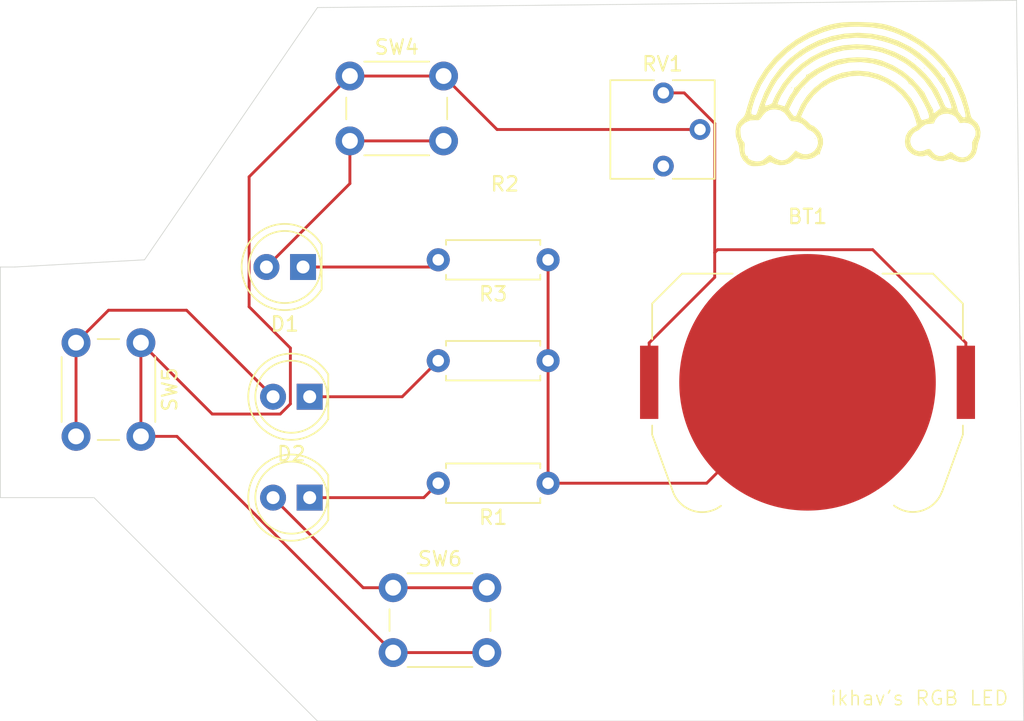
<source format=kicad_pcb>
(kicad_pcb (version 20241229) (generator "pcbnew") (generator_version "9.0")
  (layers (0 "F.Cu" signal) (2 "B.Cu" signal) (13 "F.Paste" user) (15 "B.Paste" user) (5 "F.SilkS" user "F.Silkscreen") (7 "B.SilkS" user "B.Silkscreen") (1 "F.Mask" user) (3 "B.Mask" user) (25 "Edge.Cuts" user))
  (net 0 "")
  (net 1 "+5V")
  (net 2 "GND")
  (net 3 "Net-(D1-K)")
  (net 4 "Net-(D2-K)")
  (net 5 "Net-(D3-K)")
  (net 6 "Net-(D2-A)")
  (net 7 "Net-(D1-A)")
  (net 8 "Net-(D3-A)")
  (net 9 "Net-(BT1-+)")
  (footprint "Resistor_THT:R_Axial_DIN0207_L6.3mm_D2.5mm_P7.62mm_Horizontal" (layer "F.Cu") (at 95 63.5 180)
    (property "Reference" "R3" (at 3.81 -2.37 0) (layer "F.SilkS"))
    (property "Value" "R")
    (fp_line (start 7.08 1.37) (end 7.08 1.04) (stroke (width 0.12)) (layer "F.SilkS"))
    (fp_line (start 7.08 -1.37) (end 7.08 -1.04) (stroke (width 0.12)) (layer "F.SilkS"))
    (fp_line (start 0.54 1.37) (end 7.08 1.37) (stroke (width 0.12)) (layer "F.SilkS"))
    (fp_line (start 0.54 1.04) (end 0.54 1.37) (stroke (width 0.12)) (layer "F.SilkS"))
    (fp_line (start 0.54 -1.04) (end 0.54 -1.37) (stroke (width 0.12)) (layer "F.SilkS"))
    (fp_line (start 0.54 -1.37) (end 7.08 -1.37) (stroke (width 0.12)) (layer "F.SilkS"))
    (pad "1" thru_hole circle (at 0 0 180) (size 1.6 1.6) (drill 0.8) (layers "*.Cu" "*.Mask") (net 2 "GND"))
    (pad "2" thru_hole oval (at 7.62 0 180) (size 1.6 1.6) (drill 0.8) (layers "*.Cu" "*.Mask") (net 3 "Net-(D1-K)"))
  )
  (footprint "Button_Switch_THT:SW_PUSH_6mm" (layer "F.Cu") (at 81.25 50.75)
    (property "Reference" "SW4" (at 3.25 -2 0) (layer "F.SilkS"))
    (property "Value" "SW_Push")
    (fp_line (start -0.25 1.5) (end -0.25 3) (stroke (width 0.12)) (layer "F.SilkS"))
    (fp_line (start 1 5.5) (end 5.5 5.5) (stroke (width 0.12)) (layer "F.SilkS"))
    (fp_line (start 5.5 -1) (end 1 -1) (stroke (width 0.12)) (layer "F.SilkS"))
    (fp_line (start 6.75 3) (end 6.75 1.5) (stroke (width 0.12)) (layer "F.SilkS"))
    (pad "1" thru_hole circle (at 0 0 90) (size 2 2) (drill 1.1) (layers "*.Cu" "*.Mask") (net 1 "+5V"))
    (pad "1" thru_hole circle (at 6.5 0 90) (size 2 2) (drill 1.1) (layers "*.Cu" "*.Mask") (net 1 "+5V"))
    (pad "2" thru_hole circle (at 0 4.5 90) (size 2 2) (drill 1.1) (layers "*.Cu" "*.Mask") (net 7 "Net-(D1-A)"))
    (pad "2" thru_hole circle (at 6.5 4.5 90) (size 2 2) (drill 1.1) (layers "*.Cu" "*.Mask") (net 7 "Net-(D1-A)"))
  )
  (footprint "LED_THT:LED_D5.0mm" (layer "F.Cu") (at 78 64 180)
    (property "Reference" "D1" (at 1.27 -3.96 0) (layer "F.SilkS"))
    (property "Value" "LED")
    (fp_line (start -1.29 -1.545) (end -1.29 1.545) (stroke (width 0.12)) (layer "F.SilkS"))
    (fp_arc (start 4.26 0.000048) (mid 2.071756 2.880501) (end -1.29 1.54483) (stroke (width 0.12)) (layer "F.SilkS"))
    (fp_arc (start -1.29 -1.54483) (mid 2.071756 -2.880501) (end 4.26 -0.000048) (stroke (width 0.12)) (layer "F.SilkS"))
    (fp_circle (center 1.27 0) (end 3.77 0) (stroke (width 0.12)) (fill no) (layer "F.SilkS"))
    (pad "1" thru_hole rect (at 0 0 180) (size 1.8 1.8) (drill 0.9) (layers "*.Cu" "*.Mask") (net 3 "Net-(D1-K)"))
    (pad "2" thru_hole circle (at 2.54 0 180) (size 1.8 1.8) (drill 0.9) (layers "*.Cu" "*.Mask") (net 7 "Net-(D1-A)"))
  )
  (footprint "Resistor_THT:R_Axial_DIN0207_L6.3mm_D2.5mm_P7.62mm_Horizontal" (layer "F.Cu") (at 95 70.5 180)
    (property "Reference" "R2" (at 3 12.26 0) (layer "F.SilkS"))
    (property "Value" "R")
    (fp_line (start 7.08 1.37) (end 7.08 1.04) (stroke (width 0.12)) (layer "F.SilkS"))
    (fp_line (start 7.08 -1.37) (end 7.08 -1.04) (stroke (width 0.12)) (layer "F.SilkS"))
    (fp_line (start 0.54 1.37) (end 7.08 1.37) (stroke (width 0.12)) (layer "F.SilkS"))
    (fp_line (start 0.54 1.04) (end 0.54 1.37) (stroke (width 0.12)) (layer "F.SilkS"))
    (fp_line (start 0.54 -1.04) (end 0.54 -1.37) (stroke (width 0.12)) (layer "F.SilkS"))
    (fp_line (start 0.54 -1.37) (end 7.08 -1.37) (stroke (width 0.12)) (layer "F.SilkS"))
    (pad "1" thru_hole circle (at 0 0 180) (size 1.6 1.6) (drill 0.8) (layers "*.Cu" "*.Mask") (net 2 "GND"))
    (pad "2" thru_hole oval (at 7.62 0 180) (size 1.6 1.6) (drill 0.8) (layers "*.Cu" "*.Mask") (net 4 "Net-(D2-K)"))
  )
  (footprint "LOGO" (layer "F.Cu") (at 116.5 52)
    (property "Reference" "G***" (hide yes))
    (property "Value" "LOGO" (hide yes))
    (fp_poly (pts (xy -4.572 -0.440267) (xy -4.605867 -0.406401) (xy -4.639734 -0.440267) (xy -4.605867 -0.474134)) (fill yes) (layer "F.SilkS"))
    (fp_poly (pts (xy -3.691467 -0.440267) (xy -3.725333 -0.406401) (xy -3.7592 -0.440267) (xy -3.725333 -0.474134)) (fill yes) (layer "F.SilkS"))
    (fp_poly (pts (xy -2.9464 3.081866) (xy -2.980267 3.115732) (xy -3.014133 3.081866) (xy -2.980267 3.047999)) (fill yes) (layer "F.SilkS"))
    (fp_poly (pts (xy 4.030133 -2.404534) (xy 3.996267 -2.370667) (xy 3.9624 -2.404534) (xy 3.996267 -2.438401)) (fill yes) (layer "F.SilkS"))
    (fp_poly (pts (xy 4.639733 -1.794934) (xy 4.605866 -1.761067) (xy 4.572 -1.794934) (xy 4.605866 -1.828801)) (fill yes) (layer "F.SilkS"))
    (fp_poly (pts (xy 0.026502 -5.000186) (xy 0.355987 -4.990718) (xy 0.868005 -4.968063) (xy 1.28196 -4.936261) (xy 1.635237 -4.888484) (xy 1.96522 -4.817901) (xy 2.309293 -4.717685) (xy 2.70484 -4.581005) (xy 2.810933 -4.542256) (xy 3.687512 -4.150935) (xy 4.511605 -3.647018) (xy 5.271728 -3.043681) (xy 5.956396 -2.354099) (xy 6.554125 -1.591448) (xy 7.05343 -0.768903) (xy 7.442826 0.100359) (xy 7.710828 1.003165) (xy 7.732356 1.103721) (xy 7.796544 1.392159) (xy 7.854636 1.578646) (xy 7.921095 1.695126) (xy 8.010385 1.773546) (xy 8.045539 1.795464) (xy 8.280833 2.008264) (xy 8.436668 2.302345) (xy 8.504324 2.643458) (xy 8.475082 2.997353) (xy 8.404945 3.207096) (xy 8.339121 3.409013) (xy 8.288076 3.660849) (xy 8.276926 3.750003) (xy 8.181101 4.11504) (xy 7.986797 4.406929) (xy 7.71635 4.613808) (xy 7.392094 4.723812) (xy 7.036364 4.725077) (xy 6.671493 4.605739) (xy 6.668682 4.604309) (xy 6.491351 4.522699) (xy 6.370566 4.505253) (xy 6.24602 4.547609) (xy 6.20061 4.570442) (xy 5.893947 4.659277) (xy 5.554344 4.647831) (xy 5.229362 4.544774) (xy 4.966562 4.358779) (xy 4.951566 4.342704) (xy 4.835619 4.249273) (xy 4.721085 4.261235) (xy 4.689065 4.277047) (xy 4.483971 4.326928) (xy 4.216992 4.31485) (xy 3.942188 4.24891) (xy 3.713621 4.137204) (xy 3.702693 4.129322) (xy 3.446348 3.893504) (xy 3.304535 3.634213) (xy 3.257123 3.313229) (xy 3.25699 3.300534) (xy 3.621955 3.300534) (xy 3.682896 3.548954) (xy 3.821453 3.759684) (xy 4.021084 3.909811) (xy 4.265245 3.976424) (xy 4.537395 3.936613) (xy 4.610513 3.906091) (xy 4.820741 3.818534) (xy 4.958236 3.809423) (xy 5.065532 3.886035) (xy 5.147733 3.998011) (xy 5.352517 4.200151) (xy 5.611633 4.302511) (xy 5.885459 4.293784) (xy 6.013682 4.245175) (xy 6.194418 4.145456) (xy 6.337172 4.056431) (xy 6.343657 4.051831) (xy 6.430938 4.017434) (xy 6.534583 4.054792) (xy 6.691107 4.177684) (xy 6.701614 4.18688) (xy 6.971599 4.352836) (xy 7.257063 4.406509) (xy 7.525642 4.343958) (xy 7.605316 4.296954) (xy 7.807989 4.082425) (xy 7.917769 3.810161) (xy 7.921092 3.560057) (xy 7.915338 3.352586) (xy 8.002026 3.164549) (xy 8.028444 3.127454) (xy 8.154039 2.862514) (xy 8.163014 2.595859) (xy 8.071791 2.351292) (xy 7.896792 2.152616) (xy 7.654439 2.023633) (xy 7.361153 1.988148) (xy 7.251833 2.001782) (xy 7.093772 2.015796) (xy 7.005425 1.956829) (xy 6.945219 1.834962) (xy 6.780076 1.59747) (xy 6.535403 1.438319) (xy 6.245699 1.362715) (xy 5.945462 1.375865) (xy 5.669192 1.482975) (xy 5.507356 1.617966) (xy 5.387833 1.774186) (xy 5.321704 1.904238) (xy 5.317066 1.931468) (xy 5.270286 2.026846) (xy 5.2324 2.042028) (xy 5.087405 2.060352) (xy 5.046133 2.065866) (xy 4.896198 2.081515) (xy 4.789875 2.089704) (xy 4.65191 2.142008) (xy 4.478936 2.263111) (xy 4.398151 2.336799) (xy 4.242061 2.475213) (xy 4.111703 2.560617) (xy 4.067763 2.573866) (xy 3.967692 2.622061) (xy 3.834873 2.741842) (xy 3.799088 2.782263) (xy 3.655171 3.037333) (xy 3.621955 3.300534) (xy 3.25699 3.300534) (xy 3.256803 3.282679) (xy 3.316033 2.899333) (xy 3.493209 2.581517) (xy 3.784775 2.335362) (xy 3.817292 2.31649) (xy 4.085277 2.165874) (xy 4.001181 1.81107) (xy 3.782693 1.174082) (xy 3.446631 0.577395) (xy 3.008898 0.038177) (xy 2.485397 -0.426401) (xy 1.892032 -0.799169) (xy 1.379882 -1.018996) (xy 0.737579 -1.197426) (xy 0.132433 -1.268691) (xy -0.475407 -1.237077) (xy -0.550136 -1.226616) (xy -1.274953 -1.054266) (xy -1.947632 -0.766153) (xy -2.554491 -0.372679) (xy -3.081851 0.115756) (xy -3.516031 0.688752) (xy -3.808453 1.250614) (xy -3.950614 1.586829) (xy -3.77024 1.698803) (xy -3.593049 1.831595) (xy -3.42566 1.989122) (xy -3.301475 2.107755) (xy -3.21097 2.16619) (xy -3.202784 2.167466) (xy -3.075684 2.217999) (xy -2.907061 2.348218) (xy -2.731952 2.526052) (xy -2.585397 2.719434) (xy -2.567247 2.74915) (xy -2.428919 3.108757) (xy -2.42362 3.480612) (xy -2.537806 3.822629) (xy -2.610699 3.997596) (xy -2.635269 4.12613) (xy -2.628941 4.152216) (xy -2.630478 4.189018) (xy -2.657327 4.17681) (xy -2.751522 4.185659) (xy -2.815259 4.238544) (xy -3.021623 4.395467) (xy -3.311521 4.49991) (xy -3.64051 4.543819) (xy -3.96415 4.519141) (xy -4.119785 4.474942) (xy -4.253958 4.449604) (xy -4.370172 4.509948) (xy -4.445928 4.585271) (xy -4.729936 4.799777) (xy -5.076413 4.91979) (xy -5.444682 4.938635) (xy -5.794064 4.849639) (xy -5.85999 4.817292) (xy -6.017408 4.739365) (xy -6.120968 4.729262) (xy -6.23545 4.78941) (xy -6.298901 4.833749) (xy -6.481537 4.926525) (xy -6.729514 4.980318) (xy -6.976235 5.000634) (xy -7.246029 5.006843) (xy -7.429664 4.987105) (xy -7.575421 4.932112) (xy -7.686702 4.863641) (xy -7.961462 4.601848) (xy -8.149284 4.266151) (xy -8.227539 3.898541) (xy -8.228486 3.858187) (xy -8.263156 3.586693) (xy -8.347962 3.320949) (xy -8.365067 3.285066) (xy -8.471189 2.954572) (xy -8.495976 2.579347) (xy -8.489646 2.541287) (xy -8.157827 2.541287) (xy -8.147984 2.719956) (xy -8.111689 2.991986) (xy -8.042329 3.169165) (xy -7.972736 3.252629) (xy -7.87868 3.370052) (xy -7.85089 3.514953) (xy -7.864422 3.675802) (xy -7.872061 3.898501) (xy -7.84231 4.099735) (xy -7.785252 4.246138) (xy -7.71097 4.304346) (xy -7.677395 4.294676) (xy -7.630487 4.286587) (xy -7.644047 4.319043) (xy -7.639955 4.419264) (xy -7.533191 4.521637) (xy -7.355145 4.608843) (xy -7.137204 4.663564) (xy -7.001461 4.673599) (xy -6.784311 4.659348) (xy -6.619857 4.599305) (xy -6.444707 4.467535) (xy -6.399549 4.427344) (xy -6.237568 4.288416) (xy -6.136505 4.231913) (xy -6.061114 4.244844) (xy -6.009887 4.283709) (xy -5.787478 4.436779) (xy -5.531855 4.553011) (xy -5.304483 4.605199) (xy -5.282111 4.605866) (xy -5.054289 4.56917) (xy -4.837283 4.446981) (xy -4.600259 4.221151) (xy -4.568764 4.18595) (xy -4.328462 3.913864) (xy -4.094631 4.056412) (xy -3.795567 4.173001) (xy -3.499507 4.176465) (xy -3.227677 4.084107) (xy -3.001303 3.913225) (xy -2.841611 3.681121) (xy -2.769827 3.405094) (xy -2.807176 3.102446) (xy -2.834192 3.029073) (xy -2.949309 2.836821) (xy -3.110996 2.661372) (xy -3.279797 2.539771) (xy -3.391189 2.506132) (xy -3.484475 2.455266) (xy -3.603633 2.329523) (xy -3.62919 2.295269) (xy -3.867706 2.070451) (xy -4.184123 1.932165) (xy -4.461789 1.896532) (xy -4.61057 1.881413) (xy -4.718567 1.815546) (xy -4.827337 1.668163) (xy -4.872998 1.59211) (xy -5.105236 1.300351) (xy -5.397495 1.126438) (xy -5.764536 1.062008) (xy -5.810057 1.061246) (xy -6.115917 1.101926) (xy -6.369989 1.237741) (xy -6.600436 1.485898) (xy -6.67069 1.587127) (xy -6.785478 1.744799) (xy -6.888405 1.813006) (xy -7.035288 1.819634) (xy -7.119317 1.811237) (xy -7.478586 1.831144) (xy -7.802307 1.979093) (xy -7.988963 2.136186) (xy -8.095175 2.256506) (xy -8.146918 2.374854) (xy -8.157827 2.541287) (xy -8.489646 2.541287) (xy -8.437006 2.22477) (xy -8.407348 2.143291) (xy -8.293953 1.956642) (xy -8.126631 1.767139) (xy -8.07625 1.722133) (xy -7.955465 1.607475) (xy -7.866445 1.477061) (xy -7.803516 1.323282) (xy -7.404222 1.323282) (xy -7.3691 1.40082) (xy -7.257867 1.436978) (xy -7.251697 1.438168) (xy -7.160458 1.455353) (xy -7.097246 1.449928) (xy -7.04709 1.39964) (xy -6.995019 1.282242) (xy -6.926064 1.075482) (xy -6.919023 1.053214) (xy -4.789226 1.053214) (xy -4.629813 1.302673) (xy -4.483163 1.488352) (xy -4.363057 1.549581) (xy -4.275376 1.484208) (xy -4.256187 1.439333) (xy -3.948463 0.741403) (xy -3.534916 0.114585) (xy -3.029102 -0.431359) (xy -2.444579 -0.886666) (xy -1.794903 -1.241574) (xy -1.093633 -1.486319) (xy -0.354325 -1.611139) (xy 0 -1.625601) (xy 0.726144 -1.561928) (xy 1.430161 -1.378415) (xy 2.096191 -1.08632) (xy 2.708377 -0.6969) (xy 3.250859 -0.221413) (xy 3.70778 0.328882) (xy 4.063281 0.942727) (xy 4.236066 1.381581) (xy 4.323001 1.626564) (xy 4.393753 1.760452) (xy 4.461361 1.804429) (xy 4.493998 1.800598) (xy 4.646499 1.759285) (xy 4.781831 1.725658) (xy 4.908287 1.670918) (xy 4.935111 1.561423) (xy 4.927482 1.502309) (xy 4.865173 1.281431) (xy 4.749188 1.003816) (xy 4.593127 0.691304) (xy 4.410592 0.365738) (xy 4.215186 0.048957) (xy 4.020511 -0.237196) (xy 3.840168 -0.47088) (xy 3.687761 -0.630255) (xy 3.57689 -0.693479) (xy 3.560561 -0.692589) (xy 3.508462 -0.711718) (xy 3.517164 -0.737027) (xy 3.490893 -0.813999) (xy 3.372324 -0.943156) (xy 3.184453 -1.105562) (xy 2.950274 -1.282276) (xy 2.692783 -1.454363) (xy 2.5252 -1.553983) (xy 1.775373 -1.900708) (xy 0.992869 -2.121661) (xy 0.192648 -2.215852) (xy -0.610329 -2.182288) (xy -1.401102 -2.019978) (xy -1.896534 -1.846992) (xy -2.649006 -1.469501) (xy -3.317459 -0.990117) (xy -3.893901 -0.416203) (xy -4.370342 0.244879) (xy -4.576626 0.622083) (xy -4.789226 1.053214) (xy -6.919023 1.053214) (xy -6.853717 0.846666) (xy -6.819811 0.758686) (xy -6.451137 0.758686) (xy -6.445756 0.790421) (xy -6.356567 0.799607) (xy -6.207128 0.759695) (xy -6.078903 0.704046) (xy -5.578018 0.704046) (xy -5.50319 0.732104) (xy -5.350084 0.77776) (xy -5.318825 0.786406) (xy -5.083517 0.850727) (xy -4.890912 0.443463) (xy -4.785163 0.230717) (xy -4.696223 0.071056) (xy -4.645293 0.001166) (xy -4.570369 -0.086253) (xy -4.488221 -0.227966) (xy -4.430616 -0.363542) (xy -4.422143 -0.423334) (xy -4.39267 -0.459304) (xy -4.384201 -0.457201) (xy -4.315236 -0.494871) (xy -4.189206 -0.609856) (xy -4.062467 -0.745067) (xy -3.8956 -0.926314) (xy -3.74718 -1.07476) (xy -3.6734 -1.139169) (xy -3.596722 -1.240719) (xy -3.599593 -1.308502) (xy -3.611682 -1.353187) (xy -3.591251 -1.339547) (xy -3.512104 -1.34959) (xy -3.369611 -1.42919) (xy -3.27198 -1.500499) (xy -3.006906 -1.680071) (xy -2.654995 -1.876838) (xy -2.259517 -2.070266) (xy -1.863742 -2.239824) (xy -1.510941 -2.364979) (xy -1.369458 -2.403277) (xy -0.726411 -2.510673) (xy -0.047663 -2.550841) (xy 0.625077 -2.524833) (xy 1.250097 -2.4337) (xy 1.65086 -2.327119) (xy 2.435722 -1.999021) (xy 3.159715 -1.56044) (xy 3.804699 -1.024173) (xy 4.322649 -0.442552) (xy 4.452393 -0.280517) (xy 4.547202 -0.17673) (xy 4.579828 -0.154585) (xy 4.593938 -0.146116) (xy 4.617458 -0.080961) (xy 4.688095 0.070937) (xy 4.789236 0.27678) (xy 4.904268 0.50377) (xy 5.016577 0.71911) (xy 5.10955 0.890002) (xy 5.165438 0.982133) (xy 5.219101 1.11198) (xy 5.22224 1.134533) (xy 5.240153 1.285732) (xy 5.272173 1.327779) (xy 5.334 1.289579) (xy 5.450391 1.195182) (xy 5.569514 1.100642) (xy 5.720362 0.982133) (xy 5.49402 0.46699) (xy 5.096256 -0.278289) (xy 4.589704 -0.966167) (xy 3.991753 -1.579617) (xy 3.319791 -2.101607) (xy 2.591208 -2.515109) (xy 2.333886 -2.627877) (xy 1.964362 -2.773415) (xy 1.667733 -2.876002) (xy 1.393882 -2.949426) (xy 1.092693 -3.007474) (xy 0.785045 -3.053996) (xy -0.074456 -3.108454) (xy -0.939352 -3.034813) (xy -1.787605 -2.837636) (xy -2.597172 -2.521483) (xy -3.099005 -2.250217) (xy -3.763811 -1.779652) (xy -4.369103 -1.219584) (xy -4.892322 -0.594817) (xy -5.310912 0.06985) (xy -5.431897 0.314666) (xy -5.517907 0.513158) (xy -5.570115 0.6548) (xy -5.578018 0.704046) (xy -6.078903 0.704046) (xy -6.05182 0.692292) (xy -5.945024 0.619004) (xy -5.926667 0.584189) (xy -5.897418 0.486755) (xy -5.82031 0.306764) (xy -5.711305 0.081149) (xy -5.698048 0.055124) (xy -5.222213 -0.734101) (xy -4.650653 -1.439816) (xy -3.99498 -2.053521) (xy -3.266806 -2.566719) (xy -2.477744 -2.970912) (xy -1.639405 -3.257602) (xy -0.991033 -3.389561) (xy -0.090625 -3.456959) (xy 0.809958 -3.401087) (xy 1.690308 -3.226282) (xy 2.530014 -2.936881) (xy 3.308669 -2.53722) (xy 3.4544 -2.445013) (xy 3.877608 -2.136631) (xy 4.305689 -1.769428) (xy 4.702218 -1.378012) (xy 5.030767 -0.996985) (xy 5.148344 -0.83576) (xy 5.286144 -0.635082) (xy 5.394338 -0.481765) (xy 5.450531 -0.407513) (xy 5.451619 -0.406401) (xy 5.504872 -0.321979) (xy 5.595267 -0.148803) (xy 5.705776 0.077714) (xy 5.819367 0.322164) (xy 5.919012 0.549135) (xy 5.962821 0.656553) (xy 6.067023 0.8622) (xy 6.200312 0.967756) (xy 6.406836 1.007756) (xy 6.412273 1.008142) (xy 6.481024 0.996039) (xy 6.493064 0.923243) (xy 6.456195 0.761999) (xy 6.219514 0.114282) (xy 5.867908 -0.541317) (xy 5.418863 -1.184072) (xy 4.889865 -1.79326) (xy 4.298401 -2.348156) (xy 3.661957 -2.828037) (xy 3.183467 -3.116665) (xy 2.742502 -3.322182) (xy 2.215644 -3.516624) (xy 1.652397 -3.684621) (xy 1.102267 -3.810806) (xy 0.781513 -3.862322) (xy -0.123585 -3.910506) (xy -1.025004 -3.830019) (xy -1.908682 -3.627258) (xy -2.760555 -3.308619) (xy -3.566561 -2.880501) (xy -4.312637 -2.3493) (xy -4.98472 -1.721412) (xy -5.568748 -1.003236) (xy -5.598967 -0.959896) (xy -5.745855 -0.729957) (xy -5.904621 -0.452949) (xy -6.063106 -0.153999) (xy -6.209157 0.141766) (xy -6.330616 0.40922) (xy -6.415328 0.623235) (xy -6.451137 0.758686) (xy -6.819811 0.758686) (xy -6.485516 -0.10874) (xy -6.014069 -0.976538) (xy -5.43958 -1.756468) (xy -4.762257 -2.448268) (xy -3.982306 -3.051677) (xy -3.557291 -3.31818) (xy -2.718329 -3.731356) (xy -1.832097 -4.024684) (xy -0.913779 -4.198527) (xy 0.021439 -4.253248) (xy 0.958373 -4.18921) (xy 1.881839 -4.006777) (xy 2.776652 -3.70631) (xy 3.627627 -3.288174) (xy 3.870891 -3.140611) (xy 4.313268 -2.827019) (xy 4.763934 -2.450156) (xy 5.188594 -2.042475) (xy 5.552951 -1.636424) (xy 5.775132 -1.338845) (xy 5.889539 -1.196326) (xy 5.984908 -1.12775) (xy 6.013131 -1.129177) (xy 6.050662 -1.128535) (xy 6.036201 -1.096572) (xy 6.042605 -0.999581) (xy 6.112665 -0.841222) (xy 6.162686 -0.758799) (xy 6.305808 -0.508262) (xy 6.466717 -0.173595) (xy 6.626064 0.199052) (xy 6.764503 0.563529) (xy 6.862688 0.873686) (xy 6.884341 0.962627) (xy 6.933969 1.14988) (xy 6.983239 1.267032) (xy 7.00514 1.286933) (xy 7.067579 1.341468) (xy 7.133542 1.456266) (xy 7.245433 1.591317) (xy 7.350684 1.625599) (xy 7.439506 1.609942) (xy 7.466866 1.53798) (xy 7.446954 1.372231) (xy 7.446845 1.371599) (xy 7.338534 0.919877) (xy 7.162533 0.396453) (xy 6.9332 -0.162584) (xy 6.664895 -0.721141) (xy 6.477418 -1.065078) (xy 6.13701 -1.575188) (xy 5.701351 -2.101422) (xy 5.201859 -2.611873) (xy 4.669948 -3.074634) (xy 4.137035 -3.457801) (xy 4.096029 -3.483606) (xy 3.287315 -3.938496) (xy 2.501258 -4.276347) (xy 1.709371 -4.505563) (xy 0.883166 -4.634547) (xy 0.067733 -4.671913) (xy -0.498924 -4.662891) (xy -0.975677 -4.630383) (xy -1.407048 -4.567644) (xy -1.837563 -4.467928) (xy -2.311744 -4.324491) (xy -2.384572 -4.300396) (xy -3.286557 -3.930992) (xy -4.133009 -3.448316) (xy -4.911995 -2.864106) (xy -5.61158 -2.190106) (xy -6.219831 -1.438057) (xy -6.724812 -0.619699) (xy -7.114591 0.253226) (xy -7.168604 0.406399) (xy -7.258572 0.6866) (xy -7.334842 0.950804) (xy -7.382165 1.145875) (xy -7.384691 1.159385) (xy -7.404222 1.323282) (xy -7.803516 1.323282) (xy -7.792204 1.295638) (xy -7.715757 1.027954) (xy -7.687081 0.914399) (xy -7.384392 -0.02957) (xy -6.961995 -0.924245) (xy -6.430033 -1.758927) (xy -5.798653 -2.522914) (xy -5.077997 -3.205506) (xy -4.278211 -3.796001) (xy -3.40944 -4.283698) (xy -2.481827 -4.657898) (xy -2.370667 -4.693536) (xy -1.909346 -4.82467) (xy -1.474546 -4.917024) (xy -1.030689 -4.974477) (xy -0.542199 -5.000905)) (fill yes) (layer "F.SilkS"))
  )
  (footprint "LED_THT:LED_D5.0mm" (layer "F.Cu") (at 78.46 73 180)
    (property "Reference" "D2" (at 1.27 -3.96 0) (layer "F.SilkS"))
    (property "Value" "LED")
    (fp_line (start -1.29 -1.545) (end -1.29 1.545) (stroke (width 0.12)) (layer "F.SilkS"))
    (fp_arc (start 4.26 0.000048) (mid 2.071756 2.880501) (end -1.29 1.54483) (stroke (width 0.12)) (layer "F.SilkS"))
    (fp_arc (start -1.29 -1.54483) (mid 2.071756 -2.880501) (end 4.26 -0.000048) (stroke (width 0.12)) (layer "F.SilkS"))
    (fp_circle (center 1.27 0) (end 3.77 0) (stroke (width 0.12)) (fill no) (layer "F.SilkS"))
    (pad "1" thru_hole rect (at 0 0 180) (size 1.8 1.8) (drill 0.9) (layers "*.Cu" "*.Mask") (net 4 "Net-(D2-K)"))
    (pad "2" thru_hole circle (at 2.54 0 180) (size 1.8 1.8) (drill 0.9) (layers "*.Cu" "*.Mask") (net 6 "Net-(D2-A)"))
  )
  (footprint "LED_THT:LED_D5.0mm" (layer "F.Cu") (at 78.46 80 180)
    (property "Reference" "D3" (hide yes))
    (property "Value" "LED")
    (fp_line (start -1.29 -1.545) (end -1.29 1.545) (stroke (width 0.12)) (layer "F.SilkS"))
    (fp_arc (start 4.26 0.000048) (mid 2.071756 2.880501) (end -1.29 1.54483) (stroke (width 0.12)) (layer "F.SilkS"))
    (fp_arc (start -1.29 -1.54483) (mid 2.071756 -2.880501) (end 4.26 -0.000048) (stroke (width 0.12)) (layer "F.SilkS"))
    (fp_circle (center 1.27 0) (end 3.77 0) (stroke (width 0.12)) (fill no) (layer "F.SilkS"))
    (pad "1" thru_hole rect (at 0 0 180) (size 1.8 1.8) (drill 0.9) (layers "*.Cu" "*.Mask") (net 5 "Net-(D3-K)"))
    (pad "2" thru_hole circle (at 2.54 0 180) (size 1.8 1.8) (drill 0.9) (layers "*.Cu" "*.Mask") (net 8 "Net-(D3-A)"))
  )
  (footprint "Potentiometer_THT:Potentiometer_Vishay_T73YP_Vertical" (layer "F.Cu") (at 103 57)
    (property "Reference" "RV1" (at -0.06 -7.09 0) (layer "F.SilkS"))
    (property "Value" "R_Potentiometer")
    (fp_line (start -3.68 -5.96) (end -3.68 0.88) (stroke (width 0.12)) (layer "F.SilkS"))
    (fp_line (start -3.68 -5.96) (end -0.65 -5.96) (stroke (width 0.12)) (layer "F.SilkS"))
    (fp_line (start -3.68 0.88) (end -0.65 0.88) (stroke (width 0.12)) (layer "F.SilkS"))
    (fp_line (start 0.65 -5.96) (end 3.56 -5.96) (stroke (width 0.12)) (layer "F.SilkS"))
    (fp_line (start 0.65 0.88) (end 3.56 0.88) (stroke (width 0.12)) (layer "F.SilkS"))
    (fp_line (start 3.56 -5.96) (end 3.56 0.88) (stroke (width 0.12)) (layer "F.SilkS"))
    (pad "1" thru_hole circle (at 0 0) (size 1.44 1.44) (drill 0.8) (layers "*.Cu" "*.Mask"))
    (pad "2" thru_hole circle (at 2.54 -2.54) (size 1.44 1.44) (drill 0.8) (layers "*.Cu" "*.Mask") (net 1 "+5V"))
    (pad "3" thru_hole circle (at 0 -5.08) (size 1.44 1.44) (drill 0.8) (layers "*.Cu" "*.Mask") (net 9 "Net-(BT1-+)"))
  )
  (footprint "Button_Switch_THT:SW_PUSH_6mm" (layer "F.Cu") (at 84.25 86.25)
    (property "Reference" "SW6" (at 3.25 -2 0) (layer "F.SilkS"))
    (property "Value" "SW_Push")
    (fp_line (start -0.25 1.5) (end -0.25 3) (stroke (width 0.12)) (layer "F.SilkS"))
    (fp_line (start 1 5.5) (end 5.5 5.5) (stroke (width 0.12)) (layer "F.SilkS"))
    (fp_line (start 5.5 -1) (end 1 -1) (stroke (width 0.12)) (layer "F.SilkS"))
    (fp_line (start 6.75 3) (end 6.75 1.5) (stroke (width 0.12)) (layer "F.SilkS"))
    (pad "1" thru_hole circle (at 0 0 90) (size 2 2) (drill 1.1) (layers "*.Cu" "*.Mask") (net 8 "Net-(D3-A)"))
    (pad "1" thru_hole circle (at 6.5 0 90) (size 2 2) (drill 1.1) (layers "*.Cu" "*.Mask") (net 8 "Net-(D3-A)"))
    (pad "2" thru_hole circle (at 0 4.5 90) (size 2 2) (drill 1.1) (layers "*.Cu" "*.Mask") (net 1 "+5V"))
    (pad "2" thru_hole circle (at 6.5 4.5 90) (size 2 2) (drill 1.1) (layers "*.Cu" "*.Mask") (net 1 "+5V"))
  )
  (footprint "Resistor_THT:R_Axial_DIN0207_L6.3mm_D2.5mm_P7.62mm_Horizontal" (layer "F.Cu") (at 95 79 180)
    (property "Reference" "R1" (at 3.81 -2.37 0) (layer "F.SilkS"))
    (property "Value" "R")
    (fp_line (start 7.08 1.37) (end 7.08 1.04) (stroke (width 0.12)) (layer "F.SilkS"))
    (fp_line (start 7.08 -1.37) (end 7.08 -1.04) (stroke (width 0.12)) (layer "F.SilkS"))
    (fp_line (start 0.54 1.37) (end 7.08 1.37) (stroke (width 0.12)) (layer "F.SilkS"))
    (fp_line (start 0.54 1.04) (end 0.54 1.37) (stroke (width 0.12)) (layer "F.SilkS"))
    (fp_line (start 0.54 -1.04) (end 0.54 -1.37) (stroke (width 0.12)) (layer "F.SilkS"))
    (fp_line (start 0.54 -1.37) (end 7.08 -1.37) (stroke (width 0.12)) (layer "F.SilkS"))
    (pad "1" thru_hole circle (at 0 0 180) (size 1.6 1.6) (drill 0.8) (layers "*.Cu" "*.Mask") (net 2 "GND"))
    (pad "2" thru_hole oval (at 7.62 0 180) (size 1.6 1.6) (drill 0.8) (layers "*.Cu" "*.Mask") (net 5 "Net-(D3-K)"))
  )
  (footprint "Battery:BatteryHolder_Keystone_3034_1x20mm" (layer "F.Cu") (at 113 72)
    (property "Reference" "BT1" (at 0 -11.5 0) (layer "F.SilkS"))
    (property "Value" "Battery_Cell")
    (fp_line (start -10.78 -5.46) (end -10.78 -3) (stroke (width 0.12)) (layer "F.SilkS"))
    (fp_line (start -10.78 3) (end -10.78 3.63) (stroke (width 0.12)) (layer "F.SilkS"))
    (fp_line (start -10.78 3.63) (end -9.34 7.58) (stroke (width 0.12)) (layer "F.SilkS"))
    (fp_line (start -8.7 -7.54) (end -10.78 -5.46) (stroke (width 0.12)) (layer "F.SilkS"))
    (fp_line (start -5.2 -7.54) (end -8.7 -7.54) (stroke (width 0.12)) (layer "F.SilkS"))
    (fp_line (start 8.7 -7.54) (end 5.2 -7.54) (stroke (width 0.12)) (layer "F.SilkS"))
    (fp_line (start 8.7 -7.54) (end 10.78 -5.46) (stroke (width 0.12)) (layer "F.SilkS"))
    (fp_line (start 10.78 -5.46) (end 10.78 -3) (stroke (width 0.12)) (layer "F.SilkS"))
    (fp_line (start 10.78 3) (end 10.78 3.63) (stroke (width 0.12)) (layer "F.SilkS"))
    (fp_line (start 10.78 3.63) (end 9.34 7.58) (stroke (width 0.12)) (layer "F.SilkS"))
    (fp_arc (start -6.003354 8.56653) (mid -7.921654 8.918738) (end -9.34 7.58) (stroke (width 0.12)) (layer "F.SilkS"))
    (fp_arc (start 9.325243 7.588169) (mid 7.90634 8.911668) (end 6 8.55) (stroke (width 0.12)) (layer "F.SilkS"))
    (pad "1" smd rect (at -10.985 0) (size 1.27 5.08) (layers "F.Cu" "F.Mask" "F.Paste") (net 9 "Net-(BT1-+)"))
    (pad "1" smd rect (at 10.985 0) (size 1.27 5.08) (layers "F.Cu" "F.Mask" "F.Paste") (net 9 "Net-(BT1-+)"))
    (pad "2" smd circle (at 0 0) (size 17.8 17.8) (layers "F.Cu" "F.Mask") (net 2 "GND"))
  )
  (footprint "Button_Switch_THT:SW_PUSH_6mm" (layer "F.Cu") (at 66.75 69.25 -90)
    (property "Reference" "SW5" (at 3.25 -2 90) (layer "F.SilkS"))
    (property "Value" "SW_Push")
    (fp_line (start 1 5.5) (end 5.5 5.5) (stroke (width 0.12)) (layer "F.SilkS"))
    (fp_line (start 6.75 3) (end 6.75 1.5) (stroke (width 0.12)) (layer "F.SilkS"))
    (fp_line (start -0.25 1.5) (end -0.25 3) (stroke (width 0.12)) (layer "F.SilkS"))
    (fp_line (start 5.5 -1) (end 1 -1) (stroke (width 0.12)) (layer "F.SilkS"))
    (pad "1" thru_hole circle (at 0 0) (size 2 2) (drill 1.1) (layers "*.Cu" "*.Mask") (net 1 "+5V"))
    (pad "1" thru_hole circle (at 6.5 0) (size 2 2) (drill 1.1) (layers "*.Cu" "*.Mask") (net 1 "+5V"))
    (pad "2" thru_hole circle (at 0 4.5) (size 2 2) (drill 1.1) (layers "*.Cu" "*.Mask") (net 6 "Net-(D2-A)"))
    (pad "2" thru_hole circle (at 6.5 4.5) (size 2 2) (drill 1.1) (layers "*.Cu" "*.Mask") (net 6 "Net-(D2-A)"))
  )
  (gr_line (start 67 63.5) (end 79 46) (stroke (width 0.05)) (layer "Edge.Cuts"))
  (gr_line (start 79 46) (end 127.5 45.5) (stroke (width 0.05)) (layer "Edge.Cuts"))
  (gr_line (start 58 64) (end 67 63.5) (stroke (width 0.05)) (layer "Edge.Cuts"))
  (gr_line (start 128 95.5) (end 79 95.5) (stroke (width 0.05)) (layer "Edge.Cuts"))
  (gr_line (start 127.5 45.5) (end 128 95.5) (stroke (width 0.05)) (layer "Edge.Cuts"))
  (gr_line (start 63.5 80) (end 57 80) (stroke (width 0.05)) (layer "Edge.Cuts"))
  (gr_line (start 57 80) (end 57 64) (stroke (width 0.05)) (layer "Edge.Cuts"))
  (gr_line (start 58 64) (end 57 64) (stroke (width 0.05)) (layer "Edge.Cuts"))
  (gr_line (start 79 95.5) (end 63.5 80) (stroke (width 0.05)) (layer "Edge.Cuts"))
  (gr_text "ikhav's RGB LED\n" (at 114.5 94.5 0) (layer "F.SilkS") (effects (font (size 1 1) (thickness 0.1)) (justify left bottom)))
  (segment (start 74.259 66.759) (end 74.259 57.741) (width 0.2) (layer "F.Cu") (net 1))
  (segment (start 91.46 54.46) (end 105.54 54.46) (width 0.2) (layer "F.Cu") (net 1))
  (segment (start 66.75 69.25) (end 71.701 74.201) (width 0.2) (layer "F.Cu") (net 1))
  (segment (start 76.417471 74.201) (end 77.121 73.497471) (width 0.2) (layer "F.Cu") (net 1))
  (segment (start 81.25 50.75) (end 87.75 50.75) (width 0.2) (layer "F.Cu") (net 1))
  (segment (start 69.25 75.75) (end 66.75 75.75) (width 0.2) (layer "F.Cu") (net 1))
  (segment (start 84.25 90.75) (end 90.75 90.75) (width 0.2) (layer "F.Cu") (net 1))
  (segment (start 66.75 69.25) (end 66.75 75.75) (width 0.2) (layer "F.Cu") (net 1))
  (segment (start 87.75 50.75) (end 91.46 54.46) (width 0.2) (layer "F.Cu") (net 1))
  (segment (start 84.25 90.75) (end 69.25 75.75) (width 0.2) (layer "F.Cu") (net 1))
  (segment (start 83.75 91.25) (end 84.25 90.75) (width 0.2) (layer "F.Cu") (net 1))
  (segment (start 77.121 69.621) (end 74.259 66.759) (width 0.2) (layer "F.Cu") (net 1))
  (segment (start 71.701 74.201) (end 76.417471 74.201) (width 0.2) (layer "F.Cu") (net 1))
  (segment (start 74.259 57.741) (end 81.25 50.75) (width 0.2) (layer "F.Cu") (net 1))
  (segment (start 77.121 73.497471) (end 77.121 69.621) (width 0.2) (layer "F.Cu") (net 1))
  (segment (start 95 63.5) (end 95 79) (width 0.2) (layer "F.Cu") (net 2))
  (segment (start 106 79) (end 113 72) (width 0.2) (layer "F.Cu") (net 2))
  (segment (start 95 79) (end 106 79) (width 0.2) (layer "F.Cu") (net 2))
  (segment (start 86.88 64) (end 87.38 63.5) (width 0.2) (layer "F.Cu") (net 3))
  (segment (start 78 64) (end 86.88 64) (width 0.2) (layer "F.Cu") (net 3))
  (segment (start 78.46 73) (end 84.88 73) (width 0.2) (layer "F.Cu") (net 4))
  (segment (start 84.88 73) (end 87.38 70.5) (width 0.2) (layer "F.Cu") (net 4))
  (segment (start 86.38 80) (end 87.38 79) (width 0.2) (layer "F.Cu") (net 5))
  (segment (start 78.46 80) (end 86.38 80) (width 0.2) (layer "F.Cu") (net 5))
  (segment (start 69.92 67) (end 75.92 73) (width 0.2) (layer "F.Cu") (net 6))
  (segment (start 62.25 75.75) (end 62.25 69.25) (width 0.2) (layer "F.Cu") (net 6))
  (segment (start 64.5 67) (end 69.92 67) (width 0.2) (layer "F.Cu") (net 6))
  (segment (start 62.25 69.25) (end 64.5 67) (width 0.2) (layer "F.Cu") (net 6))
  (segment (start 81.25 58.21) (end 81.25 55.25) (width 0.2) (layer "F.Cu") (net 7))
  (segment (start 81.25 55.25) (end 87.75 55.25) (width 0.2) (layer "F.Cu") (net 7))
  (segment (start 75.46 64) (end 81.25 58.21) (width 0.2) (layer "F.Cu") (net 7))
  (segment (start 90.75 86.25) (end 84.25 86.25) (width 0.2) (layer "F.Cu") (net 8))
  (segment (start 75.92 80) (end 82.17 86.25) (width 0.2) (layer "F.Cu") (net 8))
  (segment (start 82.17 86.25) (end 84.25 86.25) (width 0.2) (layer "F.Cu") (net 8))
  (segment (start 106.762 62.799) (end 117.524 62.799) (width 0.2) (layer "F.Cu") (net 9))
  (segment (start 106.561 63) (end 106.561 64.714) (width 0.2) (layer "F.Cu") (net 9))
  (segment (start 123.985 69.26) (end 123.985 72) (width 0.2) (layer "F.Cu") (net 9))
  (segment (start 106.561 54.037087) (end 106.561 63) (width 0.2) (layer "F.Cu") (net 9))
  (segment (start 104.443913 51.92) (end 106.561 54.037087) (width 0.2) (layer "F.Cu") (net 9))
  (segment (start 117.524 62.799) (end 123.985 69.26) (width 0.2) (layer "F.Cu") (net 9))
  (segment (start 106.561 64.714) (end 102.015 69.26) (width 0.2) (layer "F.Cu") (net 9))
  (segment (start 103 51.92) (end 104.443913 51.92) (width 0.2) (layer "F.Cu") (net 9))
  (segment (start 106.561 63) (end 106.762 62.799) (width 0.2) (layer "F.Cu") (net 9))
  (segment (start 102.015 69.26) (end 102.015 72) (width 0.2) (layer "F.Cu") (net 9))
)
</source>
